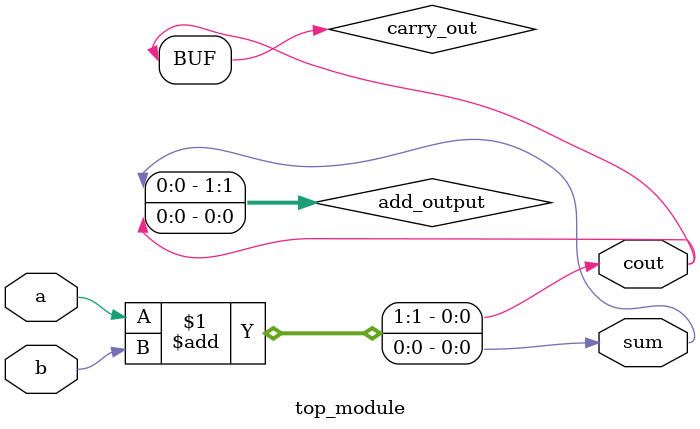
<source format=sv>
module top_module (
	input a,
	input b,
	output sum,
	output cout
);

	// Declare internal signals
	wire [1:0] add_output;
	wire carry_out;

	// Adder logic
	assign {carry_out, sum} = a + b;

	// Output assignments
	assign cout = carry_out;
	assign add_output = {sum, carry_out};

endmodule

</source>
